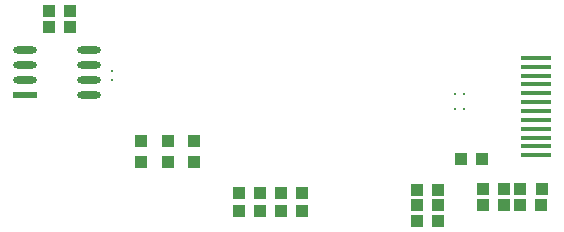
<source format=gbp>
G04 Layer_Color=128*
%FSLAX44Y44*%
%MOMM*%
G71*
G01*
G75*
%ADD17R,2.0000X0.6000*%
%ADD18O,2.0000X0.6000*%
%ADD20R,1.0000X1.0000*%
%ADD22R,1.0000X1.0000*%
%ADD26O,0.2000X0.3000*%
%ADD27R,2.5000X0.4000*%
%ADD34O,0.3000X0.2000*%
D17*
X152500Y164450D02*
D03*
D18*
Y177150D02*
D03*
Y189850D02*
D03*
Y202550D02*
D03*
X206500Y164450D02*
D03*
Y177150D02*
D03*
Y189850D02*
D03*
Y202550D02*
D03*
D20*
X557760Y85620D02*
D03*
X539790D02*
D03*
X502110Y84500D02*
D03*
X484140D02*
D03*
X502110Y71500D02*
D03*
X484140D02*
D03*
X502110Y58500D02*
D03*
X484140D02*
D03*
X539610Y111000D02*
D03*
X521640D02*
D03*
X589610Y85500D02*
D03*
X571640D02*
D03*
X571540Y71650D02*
D03*
X589510D02*
D03*
X539790D02*
D03*
X557760D02*
D03*
X190360Y222000D02*
D03*
X172390D02*
D03*
X190610Y236000D02*
D03*
X172640D02*
D03*
X368630Y66940D02*
D03*
X386600D02*
D03*
X368630Y82180D02*
D03*
X386600D02*
D03*
X333070Y66940D02*
D03*
X351040D02*
D03*
X333070Y82180D02*
D03*
X351040D02*
D03*
D22*
X295500Y126110D02*
D03*
Y108140D02*
D03*
X273500Y126110D02*
D03*
Y108140D02*
D03*
X250500Y126110D02*
D03*
Y108140D02*
D03*
D26*
X516128Y153336D02*
D03*
X523596D02*
D03*
X516128Y166036D02*
D03*
X523596D02*
D03*
D27*
X585000Y113750D02*
D03*
Y121250D02*
D03*
Y128750D02*
D03*
Y136250D02*
D03*
Y143750D02*
D03*
Y151250D02*
D03*
Y158750D02*
D03*
Y166250D02*
D03*
Y173750D02*
D03*
Y181250D02*
D03*
Y188750D02*
D03*
Y196250D02*
D03*
D34*
X225564Y184746D02*
D03*
Y177278D02*
D03*
M02*

</source>
